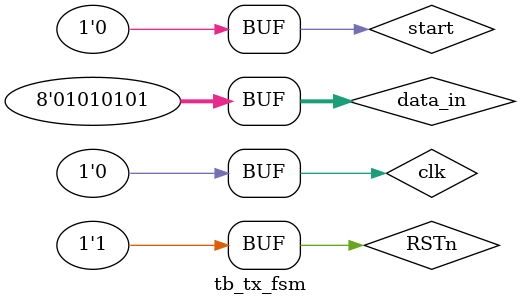
<source format=sv>
`timescale 1 ns/10 ps  // time-unit = 1 ns, precision = 10 ps

module tb_tx_fsm;

logic RSTn, clk;
logic start, TX;
logic[7:0] data_in;

tx_fsm #(10) DUT (.clk(clk), .RSTn(RSTn), .start(start), .TX(TX), .data_in(data_in));

initial
begin
  RSTn = 1'b0;
  start = 1'b0;
  clk = 1'b0;
  data_in = 8'b01010101;
  #40us;
  RSTn = 1'b1;
  start = 1'b1;
  data_in = 8'b01010101;
  #10us;
  RSTn = 1'b1;
  start = 1'b0;
  data_in = 8'b01010101;
end

// Clock generator
always
begin
  #5us clk = 1;
  #5us clk = 0;
end


endmodule

</source>
